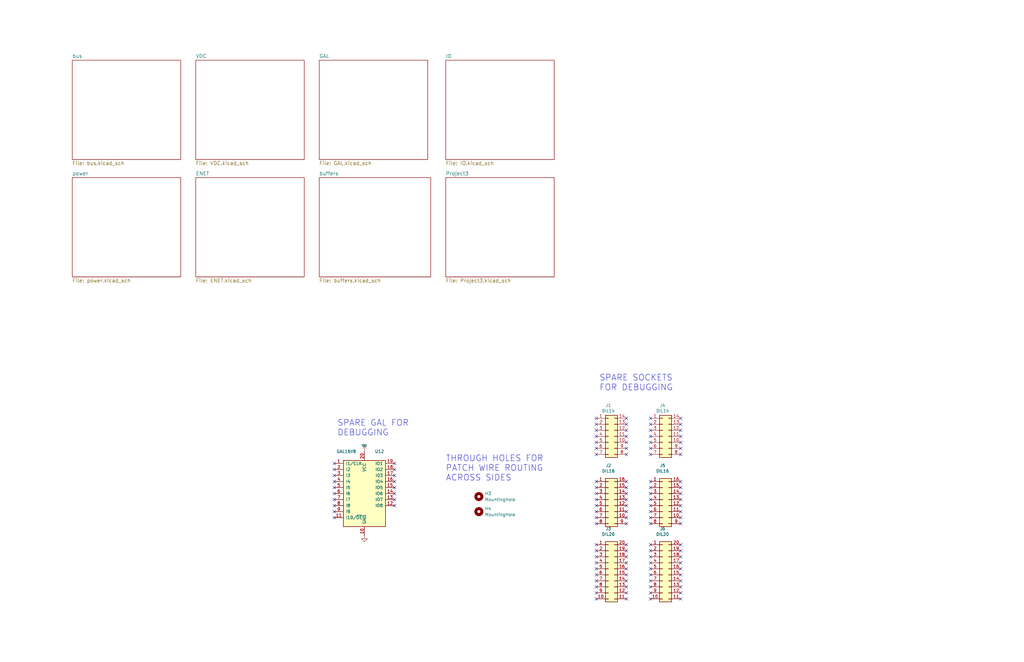
<source format=kicad_sch>
(kicad_sch (version 20211123) (generator eeschema)
  (paper "B")
  (lib_symbols
    (symbol "Connector_Generic:Conn_02x07_Counter_Clockwise" (pin_names (offset 1.016) hide)
      (property "Reference" "J" (at 1.27 10.16 0))
      (property "Value" "Conn_02x07_Counter_Clockwise" (at 1.27 -10.16 0))
      (symbol "Conn_02x07_Counter_Clockwise_1_1"
        (rectangle (start -1.27 -7.493) (end 0 -7.747) (stroke (width 0.1524)))
        (rectangle (start -1.27 -4.953) (end 0 -5.207) (stroke (width 0.1524)))
        (rectangle (start -1.27 -2.413) (end 0 -2.667) (stroke (width 0.1524)))
        (rectangle (start -1.27 0.127) (end 0 -0.127) (stroke (width 0.1524)))
        (rectangle (start -1.27 2.667) (end 0 2.413) (stroke (width 0.1524)))
        (rectangle (start -1.27 5.207) (end 0 4.953) (stroke (width 0.1524)))
        (rectangle (start -1.27 7.747) (end 0 7.493) (stroke (width 0.1524)))
        (rectangle (start -1.27 8.89) (end 3.81 -8.89) (stroke (width 0.254)) (fill (type background)))
        (rectangle (start 3.81 -7.493) (end 2.54 -7.747) (stroke (width 0.1524)))
        (rectangle (start 3.81 -4.953) (end 2.54 -5.207) (stroke (width 0.1524)))
        (rectangle (start 3.81 -2.413) (end 2.54 -2.667) (stroke (width 0.1524)))
        (rectangle (start 3.81 0.127) (end 2.54 -0.127) (stroke (width 0.1524)))
        (rectangle (start 3.81 2.667) (end 2.54 2.413) (stroke (width 0.1524)))
        (rectangle (start 3.81 5.207) (end 2.54 4.953) (stroke (width 0.1524)))
        (rectangle (start 3.81 7.747) (end 2.54 7.493) (stroke (width 0.1524)))
        (pin passive line (at -5.08 7.62 0) (length 3.81) (name "Pin_1") (number "1"))
        (pin passive line (at 7.62 -2.54 180) (length 3.81) (name "Pin_10") (number "10"))
        (pin passive line (at 7.62 0 180) (length 3.81) (name "Pin_11") (number "11"))
        (pin passive line (at 7.62 2.54 180) (length 3.81) (name "Pin_12") (number "12"))
        (pin passive line (at 7.62 5.08 180) (length 3.81) (name "Pin_13") (number "13"))
        (pin passive line (at 7.62 7.62 180) (length 3.81) (name "Pin_14") (number "14"))
        (pin passive line (at -5.08 5.08 0) (length 3.81) (name "Pin_2") (number "2"))
        (pin passive line (at -5.08 2.54 0) (length 3.81) (name "Pin_3") (number "3"))
        (pin passive line (at -5.08 0 0) (length 3.81) (name "Pin_4") (number "4"))
        (pin passive line (at -5.08 -2.54 0) (length 3.81) (name "Pin_5") (number "5"))
        (pin passive line (at -5.08 -5.08 0) (length 3.81) (name "Pin_6") (number "6"))
        (pin passive line (at -5.08 -7.62 0) (length 3.81) (name "Pin_7") (number "7"))
        (pin passive line (at 7.62 -7.62 180) (length 3.81) (name "Pin_8") (number "8"))
        (pin passive line (at 7.62 -5.08 180) (length 3.81) (name "Pin_9") (number "9"))
      )
    )
    (symbol "Connector_Generic:Conn_02x08_Counter_Clockwise" (pin_names (offset 1.016) hide)
      (property "Reference" "J" (at 1.27 10.16 0))
      (property "Value" "Conn_02x08_Counter_Clockwise" (at 1.27 -12.7 0))
      (symbol "Conn_02x08_Counter_Clockwise_1_1"
        (rectangle (start -1.27 -10.033) (end 0 -10.287) (stroke (width 0.1524)))
        (rectangle (start -1.27 -7.493) (end 0 -7.747) (stroke (width 0.1524)))
        (rectangle (start -1.27 -4.953) (end 0 -5.207) (stroke (width 0.1524)))
        (rectangle (start -1.27 -2.413) (end 0 -2.667) (stroke (width 0.1524)))
        (rectangle (start -1.27 0.127) (end 0 -0.127) (stroke (width 0.1524)))
        (rectangle (start -1.27 2.667) (end 0 2.413) (stroke (width 0.1524)))
        (rectangle (start -1.27 5.207) (end 0 4.953) (stroke (width 0.1524)))
        (rectangle (start -1.27 7.747) (end 0 7.493) (stroke (width 0.1524)))
        (rectangle (start -1.27 8.89) (end 3.81 -11.43) (stroke (width 0.254)) (fill (type background)))
        (rectangle (start 3.81 -10.033) (end 2.54 -10.287) (stroke (width 0.1524)))
        (rectangle (start 3.81 -7.493) (end 2.54 -7.747) (stroke (width 0.1524)))
        (rectangle (start 3.81 -4.953) (end 2.54 -5.207) (stroke (width 0.1524)))
        (rectangle (start 3.81 -2.413) (end 2.54 -2.667) (stroke (width 0.1524)))
        (rectangle (start 3.81 0.127) (end 2.54 -0.127) (stroke (width 0.1524)))
        (rectangle (start 3.81 2.667) (end 2.54 2.413) (stroke (width 0.1524)))
        (rectangle (start 3.81 5.207) (end 2.54 4.953) (stroke (width 0.1524)))
        (rectangle (start 3.81 7.747) (end 2.54 7.493) (stroke (width 0.1524)))
        (pin passive line (at -5.08 7.62 0) (length 3.81) (name "Pin_1") (number "1"))
        (pin passive line (at 7.62 -7.62 180) (length 3.81) (name "Pin_10") (number "10"))
        (pin passive line (at 7.62 -5.08 180) (length 3.81) (name "Pin_11") (number "11"))
        (pin passive line (at 7.62 -2.54 180) (length 3.81) (name "Pin_12") (number "12"))
        (pin passive line (at 7.62 0 180) (length 3.81) (name "Pin_13") (number "13"))
        (pin passive line (at 7.62 2.54 180) (length 3.81) (name "Pin_14") (number "14"))
        (pin passive line (at 7.62 5.08 180) (length 3.81) (name "Pin_15") (number "15"))
        (pin passive line (at 7.62 7.62 180) (length 3.81) (name "Pin_16") (number "16"))
        (pin passive line (at -5.08 5.08 0) (length 3.81) (name "Pin_2") (number "2"))
        (pin passive line (at -5.08 2.54 0) (length 3.81) (name "Pin_3") (number "3"))
        (pin passive line (at -5.08 0 0) (length 3.81) (name "Pin_4") (number "4"))
        (pin passive line (at -5.08 -2.54 0) (length 3.81) (name "Pin_5") (number "5"))
        (pin passive line (at -5.08 -5.08 0) (length 3.81) (name "Pin_6") (number "6"))
        (pin passive line (at -5.08 -7.62 0) (length 3.81) (name "Pin_7") (number "7"))
        (pin passive line (at -5.08 -10.16 0) (length 3.81) (name "Pin_8") (number "8"))
        (pin passive line (at 7.62 -10.16 180) (length 3.81) (name "Pin_9") (number "9"))
      )
    )
    (symbol "Connector_Generic:Conn_02x10_Counter_Clockwise" (pin_names (offset 1.016) hide)
      (property "Reference" "J" (at 1.27 12.7 0))
      (property "Value" "Conn_02x10_Counter_Clockwise" (at 1.27 -15.24 0))
      (symbol "Conn_02x10_Counter_Clockwise_1_1"
        (rectangle (start -1.27 -12.573) (end 0 -12.827) (stroke (width 0.1524)))
        (rectangle (start -1.27 -10.033) (end 0 -10.287) (stroke (width 0.1524)))
        (rectangle (start -1.27 -7.493) (end 0 -7.747) (stroke (width 0.1524)))
        (rectangle (start -1.27 -4.953) (end 0 -5.207) (stroke (width 0.1524)))
        (rectangle (start -1.27 -2.413) (end 0 -2.667) (stroke (width 0.1524)))
        (rectangle (start -1.27 0.127) (end 0 -0.127) (stroke (width 0.1524)))
        (rectangle (start -1.27 2.667) (end 0 2.413) (stroke (width 0.1524)))
        (rectangle (start -1.27 5.207) (end 0 4.953) (stroke (width 0.1524)))
        (rectangle (start -1.27 7.747) (end 0 7.493) (stroke (width 0.1524)))
        (rectangle (start -1.27 10.287) (end 0 10.033) (stroke (width 0.1524)))
        (rectangle (start -1.27 11.43) (end 3.81 -13.97) (stroke (width 0.254)) (fill (type background)))
        (rectangle (start 3.81 -12.573) (end 2.54 -12.827) (stroke (width 0.1524)))
        (rectangle (start 3.81 -10.033) (end 2.54 -10.287) (stroke (width 0.1524)))
        (rectangle (start 3.81 -7.493) (end 2.54 -7.747) (stroke (width 0.1524)))
        (rectangle (start 3.81 -4.953) (end 2.54 -5.207) (stroke (width 0.1524)))
        (rectangle (start 3.81 -2.413) (end 2.54 -2.667) (stroke (width 0.1524)))
        (rectangle (start 3.81 0.127) (end 2.54 -0.127) (stroke (width 0.1524)))
        (rectangle (start 3.81 2.667) (end 2.54 2.413) (stroke (width 0.1524)))
        (rectangle (start 3.81 5.207) (end 2.54 4.953) (stroke (width 0.1524)))
        (rectangle (start 3.81 7.747) (end 2.54 7.493) (stroke (width 0.1524)))
        (rectangle (start 3.81 10.287) (end 2.54 10.033) (stroke (width 0.1524)))
        (pin passive line (at -5.08 10.16 0) (length 3.81) (name "Pin_1") (number "1"))
        (pin passive line (at -5.08 -12.7 0) (length 3.81) (name "Pin_10") (number "10"))
        (pin passive line (at 7.62 -12.7 180) (length 3.81) (name "Pin_11") (number "11"))
        (pin passive line (at 7.62 -10.16 180) (length 3.81) (name "Pin_12") (number "12"))
        (pin passive line (at 7.62 -7.62 180) (length 3.81) (name "Pin_13") (number "13"))
        (pin passive line (at 7.62 -5.08 180) (length 3.81) (name "Pin_14") (number "14"))
        (pin passive line (at 7.62 -2.54 180) (length 3.81) (name "Pin_15") (number "15"))
        (pin passive line (at 7.62 0 180) (length 3.81) (name "Pin_16") (number "16"))
        (pin passive line (at 7.62 2.54 180) (length 3.81) (name "Pin_17") (number "17"))
        (pin passive line (at 7.62 5.08 180) (length 3.81) (name "Pin_18") (number "18"))
        (pin passive line (at 7.62 7.62 180) (length 3.81) (name "Pin_19") (number "19"))
        (pin passive line (at -5.08 7.62 0) (length 3.81) (name "Pin_2") (number "2"))
        (pin passive line (at 7.62 10.16 180) (length 3.81) (name "Pin_20") (number "20"))
        (pin passive line (at -5.08 5.08 0) (length 3.81) (name "Pin_3") (number "3"))
        (pin passive line (at -5.08 2.54 0) (length 3.81) (name "Pin_4") (number "4"))
        (pin passive line (at -5.08 0 0) (length 3.81) (name "Pin_5") (number "5"))
        (pin passive line (at -5.08 -2.54 0) (length 3.81) (name "Pin_6") (number "6"))
        (pin passive line (at -5.08 -5.08 0) (length 3.81) (name "Pin_7") (number "7"))
        (pin passive line (at -5.08 -7.62 0) (length 3.81) (name "Pin_8") (number "8"))
        (pin passive line (at -5.08 -10.16 0) (length 3.81) (name "Pin_9") (number "9"))
      )
    )
    (symbol "Logic_Programmable:GAL16V8" (pin_names (offset 1.016))
      (property "Reference" "U" (at -8.89 16.51 0))
      (property "Value" "GAL16V8" (at 1.27 16.51 0))
      (symbol "GAL16V8_0_0"
        (pin power_in line (at 0 -17.78 90) (length 3.81) (name "GND") (number "10"))
        (pin power_in line (at 0 17.78 270) (length 3.81) (name "VCC") (number "20"))
      )
      (symbol "GAL16V8_0_1"
        (rectangle (start -8.89 13.97) (end 8.89 -13.97) (stroke (width 0.254)) (fill (type background)))
      )
      (symbol "GAL16V8_1_1"
        (pin input line (at -12.7 12.7 0) (length 3.81) (name "I1/CLK") (number "1"))
        (pin input line (at -12.7 -10.16 0) (length 3.81) (name "I10/~{OE}") (number "11"))
        (pin tri_state line (at 12.7 -5.08 180) (length 3.81) (name "IO8") (number "12"))
        (pin tri_state line (at 12.7 -2.54 180) (length 3.81) (name "IO7") (number "13"))
        (pin tri_state line (at 12.7 0 180) (length 3.81) (name "IO6") (number "14"))
        (pin tri_state line (at 12.7 2.54 180) (length 3.81) (name "IO5") (number "15"))
        (pin tri_state line (at 12.7 5.08 180) (length 3.81) (name "IO4") (number "16"))
        (pin tri_state line (at 12.7 7.62 180) (length 3.81) (name "I03") (number "17"))
        (pin tri_state line (at 12.7 10.16 180) (length 3.81) (name "IO2") (number "18"))
        (pin tri_state line (at 12.7 12.7 180) (length 3.81) (name "IO1") (number "19"))
        (pin input line (at -12.7 10.16 0) (length 3.81) (name "I2") (number "2"))
        (pin input line (at -12.7 7.62 0) (length 3.81) (name "I3") (number "3"))
        (pin input line (at -12.7 5.08 0) (length 3.81) (name "I4") (number "4"))
        (pin input line (at -12.7 2.54 0) (length 3.81) (name "I5") (number "5"))
        (pin input line (at -12.7 0 0) (length 3.81) (name "I6") (number "6"))
        (pin input line (at -12.7 -2.54 0) (length 3.81) (name "I7") (number "7"))
        (pin input line (at -12.7 -5.08 0) (length 3.81) (name "I8") (number "8"))
        (pin input line (at -12.7 -7.62 0) (length 3.81) (name "I9") (number "9"))
      )
    )
    (symbol "Mechanical:MountingHole" (pin_names (offset 1.016))
      (property "Reference" "H" (at 0 5.08 0))
      (property "Value" "MountingHole" (at 0 3.175 0))
      (symbol "MountingHole_0_1"
        (circle (center 0 0) (radius 1.27) (stroke (width 1.27)))
      )
    )
    (symbol "power:GND" (power) (pin_names (offset 0))
      (property "Value" "GND" (at 0 -3.81 0))
      (symbol "GND_0_1"
        (polyline (pts (xy 0 0) (xy 0 -1.27) (xy 1.27 -1.27) (xy 0 -2.54) (xy -1.27 -1.27) (xy 0 -1.27)))
      )
      (symbol "GND_1_1"
        (pin power_in line (at 0 0 270) (length 0) hide (name "GND") (number "1"))
      )
    )
    (symbol "power:VCC" (power) (pin_names (offset 0))
      (property "Value" "VCC" (at 0 3.81 0))
      (symbol "VCC_0_1"
        (polyline (pts (xy -0.762 1.27) (xy 0 2.54)))
        (polyline (pts (xy 0 0) (xy 0 2.54)))
        (polyline (pts (xy 0 2.54) (xy 0.762 1.27)))
      )
      (symbol "VCC_1_1"
        (pin power_in line (at 0 0 90) (length 0) hide (name "VCC") (number "1"))
      )
    )
  )
  (no_connect (at 287.02 215.9))
  (no_connect (at 166.37 213.36))
  (no_connect (at 287.02 191.77))
  (no_connect (at 274.32 213.36))
  (no_connect (at 287.02 186.69))
  (no_connect (at 166.37 205.74))
  (no_connect (at 251.46 220.98))
  (no_connect (at 287.02 242.57))
  (no_connect (at 287.02 184.15))
  (no_connect (at 287.02 189.23))
  (no_connect (at 140.97 215.9))
  (no_connect (at 140.97 208.28))
  (no_connect (at 287.02 205.74))
  (no_connect (at 251.46 213.36))
  (no_connect (at 274.32 240.03))
  (no_connect (at 251.46 250.19))
  (no_connect (at 251.46 218.44))
  (no_connect (at 287.02 203.2))
  (no_connect (at 287.02 220.98))
  (no_connect (at 287.02 213.36))
  (no_connect (at 274.32 250.19))
  (no_connect (at 287.02 181.61))
  (no_connect (at 140.97 205.74))
  (no_connect (at 251.46 215.9))
  (no_connect (at 287.02 252.73))
  (no_connect (at 274.32 203.2))
  (no_connect (at 251.46 234.95))
  (no_connect (at 264.16 232.41))
  (no_connect (at 287.02 208.28))
  (no_connect (at 251.46 237.49))
  (no_connect (at 140.97 218.44))
  (no_connect (at 264.16 220.98))
  (no_connect (at 251.46 203.2))
  (no_connect (at 274.32 229.87))
  (no_connect (at 274.32 234.95))
  (no_connect (at 287.02 229.87))
  (no_connect (at 251.46 205.74))
  (no_connect (at 264.16 208.28))
  (no_connect (at 274.32 181.61))
  (no_connect (at 251.46 232.41))
  (no_connect (at 251.46 191.77))
  (no_connect (at 287.02 247.65))
  (no_connect (at 274.32 208.28))
  (no_connect (at 264.16 184.15))
  (no_connect (at 251.46 181.61))
  (no_connect (at 287.02 240.03))
  (no_connect (at 264.16 252.73))
  (no_connect (at 287.02 234.95))
  (no_connect (at 274.32 215.9))
  (no_connect (at 264.16 203.2))
  (no_connect (at 251.46 242.57))
  (no_connect (at 287.02 218.44))
  (no_connect (at 264.16 186.69))
  (no_connect (at 287.02 232.41))
  (no_connect (at 264.16 189.23))
  (no_connect (at 264.16 213.36))
  (no_connect (at 274.32 210.82))
  (no_connect (at 264.16 250.19))
  (no_connect (at 166.37 200.66))
  (no_connect (at 274.32 220.98))
  (no_connect (at 287.02 237.49))
  (no_connect (at 264.16 179.07))
  (no_connect (at 264.16 247.65))
  (no_connect (at 274.32 245.11))
  (no_connect (at 287.02 179.07))
  (no_connect (at 251.46 247.65))
  (no_connect (at 251.46 184.15))
  (no_connect (at 264.16 176.53))
  (no_connect (at 251.46 245.11))
  (no_connect (at 251.46 176.53))
  (no_connect (at 274.32 247.65))
  (no_connect (at 274.32 205.74))
  (no_connect (at 274.32 242.57))
  (no_connect (at 287.02 245.11))
  (no_connect (at 251.46 179.07))
  (no_connect (at 140.97 210.82))
  (no_connect (at 264.16 234.95))
  (no_connect (at 140.97 213.36))
  (no_connect (at 274.32 237.49))
  (no_connect (at 264.16 215.9))
  (no_connect (at 264.16 181.61))
  (no_connect (at 274.32 191.77))
  (no_connect (at 274.32 184.15))
  (no_connect (at 166.37 203.2))
  (no_connect (at 264.16 240.03))
  (no_connect (at 264.16 218.44))
  (no_connect (at 251.46 208.28))
  (no_connect (at 274.32 186.69))
  (no_connect (at 166.37 195.58))
  (no_connect (at 251.46 189.23))
  (no_connect (at 287.02 210.82))
  (no_connect (at 274.32 176.53))
  (no_connect (at 166.37 210.82))
  (no_connect (at 140.97 203.2))
  (no_connect (at 166.37 208.28))
  (no_connect (at 166.37 198.12))
  (no_connect (at 140.97 198.12))
  (no_connect (at 264.16 210.82))
  (no_connect (at 264.16 191.77))
  (no_connect (at 274.32 189.23))
  (no_connect (at 264.16 205.74))
  (no_connect (at 274.32 179.07))
  (no_connect (at 140.97 195.58))
  (no_connect (at 264.16 245.11))
  (no_connect (at 251.46 186.69))
  (no_connect (at 274.32 252.73))
  (no_connect (at 251.46 240.03))
  (no_connect (at 274.32 232.41))
  (no_connect (at 140.97 200.66))
  (no_connect (at 264.16 237.49))
  (no_connect (at 251.46 229.87))
  (no_connect (at 287.02 176.53))
  (no_connect (at 251.46 210.82))
  (no_connect (at 264.16 242.57))
  (no_connect (at 274.32 218.44))
  (no_connect (at 251.46 252.73))
  (no_connect (at 287.02 250.19))
  (no_connect (at 264.16 229.87))
  (text "SPARE SOCKETS\nFOR DEBUGGING" (at 252.73 165.1 0) (effects (font (size 2.54 2.54)) (justify left bottom)))
  (text "SPARE GAL FOR\nDEBUGGING" (at 142.24 184.15 0) (effects (font (size 2.54 2.54)) (justify left bottom)))
  (text "THROUGH HOLES FOR\nPATCH WIRE ROUTING\nACROSS SIDES" (at 187.96 203.2 0) (effects (font (size 2.54 2.54)) (justify left bottom)))
  (symbol (lib_id "Connector_Generic:Conn_02x07_Counter_Clockwise") (at 256.54 184.15 0) (unit 1)
    (property "Reference" "J1" (at 256.54 171.069 0))
    (property "Value" "DIL14" (at 256.54 173.3804 0))
    (property "Footprint" "Package_DIP:DIP-14_W7.62mm" (effects hide))
  )
  (symbol (lib_id "Connector_Generic:Conn_02x08_Counter_Clockwise") (at 256.54 210.82 0) (unit 1)
    (property "Reference" "J2" (at 256.54 196.469 0))
    (property "Value" "DIL16" (at 256.54 198.7804 0))
    (property "Footprint" "Package_DIP:DIP-16_W7.62mm" (effects hide))
  )
  (symbol (lib_id "Connector_Generic:Conn_02x10_Counter_Clockwise") (at 256.54 240.03 0) (unit 1)
    (property "Reference" "J3" (at 256.54 223.139 0))
    (property "Value" "DIL20" (at 256.54 225.4504 0))
    (property "Footprint" "Package_DIP:DIP-20_W7.62mm" (effects hide))
  )
  (symbol (lib_id "Connector_Generic:Conn_02x07_Counter_Clockwise") (at 279.4 184.15 0) (unit 1)
    (property "Reference" "J4" (at 279.4 171.069 0))
    (property "Value" "DIL14" (at 279.4 173.3804 0))
    (property "Footprint" "Package_DIP:DIP-14_W7.62mm" (effects hide))
  )
  (symbol (lib_id "Connector_Generic:Conn_02x08_Counter_Clockwise") (at 279.4 210.82 0) (unit 1)
    (property "Reference" "J5" (at 279.4 196.469 0))
    (property "Value" "DIL16" (at 279.4 198.7804 0))
    (property "Footprint" "Package_DIP:DIP-16_W7.62mm" (effects hide))
  )
  (symbol (lib_id "Connector_Generic:Conn_02x10_Counter_Clockwise") (at 279.4 240.03 0) (unit 1)
    (property "Reference" "J6" (at 279.4 223.139 0))
    (property "Value" "DIL20" (at 279.4 225.4504 0))
    (property "Footprint" "Package_DIP:DIP-20_W7.62mm" (effects hide))
  )
  (symbol (lib_id "power:GND") (at 153.67 226.06 0) (unit 1)
    (property "Reference" "#PWR011" (effects hide))
    (property "Value" "GND" (effects hide))
  )
  (symbol (lib_id "Mechanical:MountingHole") (at 201.93 209.55 0) (unit 1)
    (property "Reference" "H3" (at 204.47 208.2799 0) (effects (justify left)))
    (property "Value" "MountingHole" (at 204.47 210.8199 0) (effects (justify left)))
    (property "Footprint" "MountingHole:MountingHole_2.2mm_M2_DIN965_Pad" (effects hide))
  )
  (symbol (lib_id "Logic_Programmable:GAL16V8") (at 153.67 208.28 0) (unit 1)
    (property "Reference" "U12" (at 160.02 190.5 0))
    (property "Value" "GAL16V8" (at 146.05 190.5 0))
    (property "Footprint" "Package_DIP:DIP-20_W7.62mm" (effects hide))
  )
  (symbol (lib_id "power:VCC") (at 153.67 190.5 0) (unit 1)
    (property "Reference" "#PWR010" (effects hide))
    (property "Value" "VCC" (at 153.67 187.96 0) (effects (font (size 0.762 0.762))))
  )
  (symbol (lib_id "Mechanical:MountingHole") (at 201.93 215.9 0) (unit 1)
    (property "Reference" "H4" (at 204.47 214.6299 0) (effects (justify left)))
    (property "Value" "MountingHole" (at 204.47 217.1699 0) (effects (justify left)))
    (property "Footprint" "MountingHole:MountingHole_2.2mm_M2_DIN965_Pad" (effects hide))
  )
  (sheet (at 134.62 25.4) (size 45.72 41.91)
    (property "Sheet name" "GAL" (at 134.62 24.5614 0) (effects (font (size 1.524 1.524)) (justify left bottom)))
    (property "Sheet file" "GAL.kicad_sch" (at 134.62 67.9962 0) (effects (font (size 1.524 1.524)) (justify left top)))
  )
  (sheet (at 134.62 74.93) (size 46.99 41.91)
    (property "Sheet name" "buffers" (at 134.62 74.0914 0) (effects (font (size 1.524 1.524)) (justify left bottom)))
    (property "Sheet file" "buffers.kicad_sch" (at 134.62 117.5262 0) (effects (font (size 1.524 1.524)) (justify left top)))
  )
  (sheet (at 30.48 25.4) (size 45.72 41.91)
    (property "Sheet name" "bus" (at 30.48 24.5614 0) (effects (font (size 1.524 1.524)) (justify left bottom)))
    (property "Sheet file" "bus.kicad_sch" (at 30.48 67.9962 0) (effects (font (size 1.524 1.524)) (justify left top)))
  )
  (sheet (at 30.48 74.93) (size 45.72 41.91)
    (property "Sheet name" "power" (at 30.48 74.0914 0) (effects (font (size 1.524 1.524)) (justify left bottom)))
    (property "Sheet file" "power.kicad_sch" (at 30.48 117.5262 0) (effects (font (size 1.524 1.524)) (justify left top)))
  )
  (sheet (at 82.55 25.4) (size 45.72 41.91)
    (property "Sheet name" "VDC" (at 82.55 24.5614 0) (effects (font (size 1.524 1.524)) (justify left bottom)))
    (property "Sheet file" "VDC.kicad_sch" (at 82.55 67.9962 0) (effects (font (size 1.524 1.524)) (justify left top)))
  )
  (sheet (at 82.55 74.93) (size 45.72 41.91)
    (property "Sheet name" "ENET" (at 82.55 74.0914 0) (effects (font (size 1.524 1.524)) (justify left bottom)))
    (property "Sheet file" "ENET.kicad_sch" (at 82.55 117.5262 0) (effects (font (size 1.524 1.524)) (justify left top)))
  )
  (sheet (at 187.96 74.93) (size 45.72 41.91)
    (property "Sheet name" "Project3" (at 187.96 74.0914 0) (effects (font (size 1.524 1.524)) (justify left bottom)))
    (property "Sheet file" "Project3.kicad_sch" (at 187.96 117.5262 0) (effects (font (size 1.524 1.524)) (justify left top)))
  )
  (sheet (at 187.96 25.4) (size 45.72 41.91)
    (property "Sheet name" "IO" (at 187.96 24.5614 0) (effects (font (size 1.524 1.524)) (justify left bottom)))
    (property "Sheet file" "IO.kicad_sch" (at 187.96 67.9962 0) (effects (font (size 1.524 1.524)) (justify left top)))
  )
)
</source>
